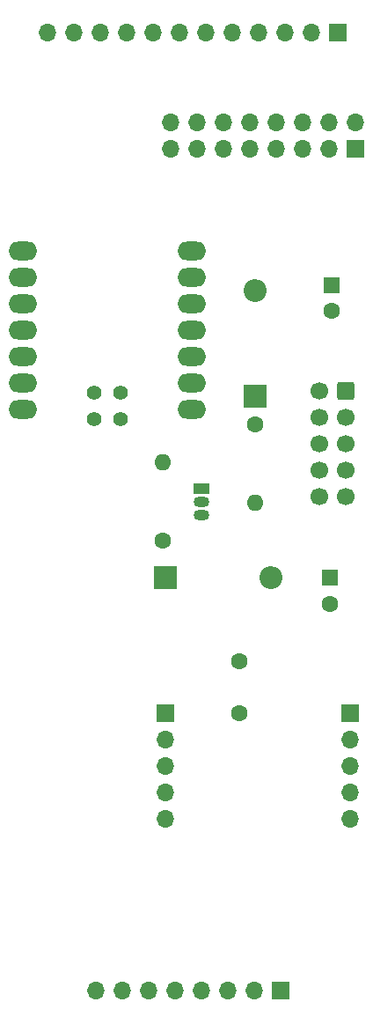
<source format=gts>
G04 #@! TF.GenerationSoftware,KiCad,Pcbnew,(7.0.0)*
G04 #@! TF.CreationDate,2023-03-19T22:54:38+00:00*
G04 #@! TF.ProjectId,back_microlidian,6261636b-5f6d-4696-9372-6f6c69646961,rev?*
G04 #@! TF.SameCoordinates,Original*
G04 #@! TF.FileFunction,Soldermask,Top*
G04 #@! TF.FilePolarity,Negative*
%FSLAX46Y46*%
G04 Gerber Fmt 4.6, Leading zero omitted, Abs format (unit mm)*
G04 Created by KiCad (PCBNEW (7.0.0)) date 2023-03-19 22:54:38*
%MOMM*%
%LPD*%
G01*
G04 APERTURE LIST*
G04 Aperture macros list*
%AMRoundRect*
0 Rectangle with rounded corners*
0 $1 Rounding radius*
0 $2 $3 $4 $5 $6 $7 $8 $9 X,Y pos of 4 corners*
0 Add a 4 corners polygon primitive as box body*
4,1,4,$2,$3,$4,$5,$6,$7,$8,$9,$2,$3,0*
0 Add four circle primitives for the rounded corners*
1,1,$1+$1,$2,$3*
1,1,$1+$1,$4,$5*
1,1,$1+$1,$6,$7*
1,1,$1+$1,$8,$9*
0 Add four rect primitives between the rounded corners*
20,1,$1+$1,$2,$3,$4,$5,0*
20,1,$1+$1,$4,$5,$6,$7,0*
20,1,$1+$1,$6,$7,$8,$9,0*
20,1,$1+$1,$8,$9,$2,$3,0*%
G04 Aperture macros list end*
%ADD10R,1.500000X1.050000*%
%ADD11O,1.500000X1.050000*%
%ADD12R,1.700000X1.700000*%
%ADD13O,1.700000X1.700000*%
%ADD14R,2.200000X2.200000*%
%ADD15O,2.200000X2.200000*%
%ADD16C,1.600000*%
%ADD17O,1.600000X1.600000*%
%ADD18R,1.600000X1.600000*%
%ADD19O,2.750000X1.800000*%
%ADD20C,1.397000*%
%ADD21RoundRect,0.250000X0.600000X0.600000X-0.600000X0.600000X-0.600000X-0.600000X0.600000X-0.600000X0*%
%ADD22C,1.700000*%
G04 APERTURE END LIST*
D10*
X58974399Y-93040199D03*
D11*
X58974399Y-94310199D03*
X58974399Y-95580199D03*
D12*
X66649799Y-141299599D03*
D13*
X64109799Y-141299599D03*
X61569799Y-141299599D03*
X59029799Y-141299599D03*
X56489799Y-141299599D03*
X53949799Y-141299599D03*
X51409799Y-141299599D03*
X48869799Y-141299599D03*
D14*
X55524399Y-101549199D03*
D15*
X65684399Y-101549199D03*
D16*
X64160400Y-86877200D03*
D17*
X64160399Y-94377199D03*
D16*
X62635126Y-109613800D03*
X62635126Y-114613800D03*
D12*
X72085199Y-49174399D03*
D13*
X69545199Y-49174399D03*
X67005199Y-49174399D03*
X64465199Y-49174399D03*
X61925199Y-49174399D03*
X59385199Y-49174399D03*
X56845199Y-49174399D03*
X54305199Y-49174399D03*
X51765199Y-49174399D03*
X49225199Y-49174399D03*
X46685199Y-49174399D03*
X44145199Y-49174399D03*
D16*
X55270400Y-97993200D03*
D17*
X55270399Y-90493199D03*
D14*
X64160399Y-84150199D03*
D15*
X64160399Y-73990199D03*
D12*
X73303999Y-114630199D03*
D13*
X73303999Y-117170199D03*
X73303999Y-119710199D03*
X73303999Y-122250199D03*
X73303999Y-124790199D03*
D18*
X71399399Y-101609199D03*
D16*
X71399400Y-104109200D03*
D12*
X55523999Y-114630199D03*
D13*
X55523999Y-117170199D03*
X55523999Y-119710199D03*
X55523999Y-122250199D03*
X55523999Y-124790199D03*
D19*
X41841399Y-85369399D03*
X41841399Y-82829399D03*
X41841399Y-80289399D03*
X41841399Y-77749399D03*
X41841399Y-75209399D03*
X41841399Y-72669399D03*
X41841399Y-70129399D03*
X58031399Y-70129399D03*
X58031399Y-72669399D03*
X58031399Y-75209399D03*
X58031399Y-77749399D03*
X58031399Y-80289399D03*
X58031399Y-82829399D03*
X58031399Y-85369399D03*
D20*
X48666400Y-86321400D03*
X51206400Y-86321400D03*
X48666400Y-83781400D03*
X51206400Y-83781400D03*
D12*
X73821999Y-60346999D03*
D13*
X73821999Y-57806999D03*
X71281999Y-60346999D03*
X71281999Y-57806999D03*
X68741999Y-60346999D03*
X68741999Y-57806999D03*
X66201999Y-60346999D03*
X66201999Y-57806999D03*
X63661999Y-60346999D03*
X63661999Y-57806999D03*
X61121999Y-60346999D03*
X61121999Y-57806999D03*
X58581999Y-60346999D03*
X58581999Y-57806999D03*
X56041999Y-60346999D03*
X56041999Y-57806999D03*
D21*
X72923400Y-83642200D03*
D22*
X70383400Y-83642200D03*
X72923400Y-86182200D03*
X70383400Y-86182200D03*
X72923400Y-88722200D03*
X70383400Y-88722200D03*
X72923400Y-91262200D03*
X70383400Y-91262200D03*
X72923400Y-93802200D03*
X70383400Y-93802200D03*
D18*
X71526399Y-73440087D03*
D16*
X71526400Y-75940088D03*
M02*

</source>
